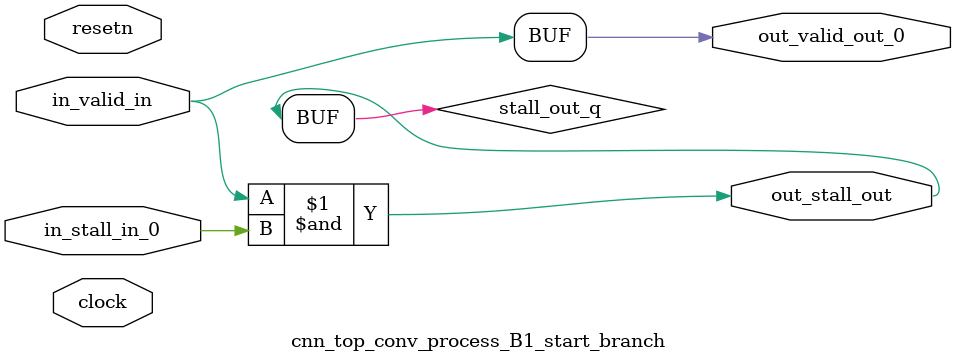
<source format=sv>



(* altera_attribute = "-name AUTO_SHIFT_REGISTER_RECOGNITION OFF; -name MESSAGE_DISABLE 10036; -name MESSAGE_DISABLE 10037; -name MESSAGE_DISABLE 14130; -name MESSAGE_DISABLE 14320; -name MESSAGE_DISABLE 15400; -name MESSAGE_DISABLE 14130; -name MESSAGE_DISABLE 10036; -name MESSAGE_DISABLE 12020; -name MESSAGE_DISABLE 12030; -name MESSAGE_DISABLE 12010; -name MESSAGE_DISABLE 12110; -name MESSAGE_DISABLE 14320; -name MESSAGE_DISABLE 13410; -name MESSAGE_DISABLE 113007; -name MESSAGE_DISABLE 10958" *)
module cnn_top_conv_process_B1_start_branch (
    input wire [0:0] in_stall_in_0,
    input wire [0:0] in_valid_in,
    output wire [0:0] out_stall_out,
    output wire [0:0] out_valid_out_0,
    input wire clock,
    input wire resetn
    );

    wire [0:0] stall_out_q;


    // stall_out(LOGICAL,6)
    assign stall_out_q = in_valid_in & in_stall_in_0;

    // out_stall_out(GPOUT,4)
    assign out_stall_out = stall_out_q;

    // out_valid_out_0(GPOUT,5)
    assign out_valid_out_0 = in_valid_in;

endmodule

</source>
